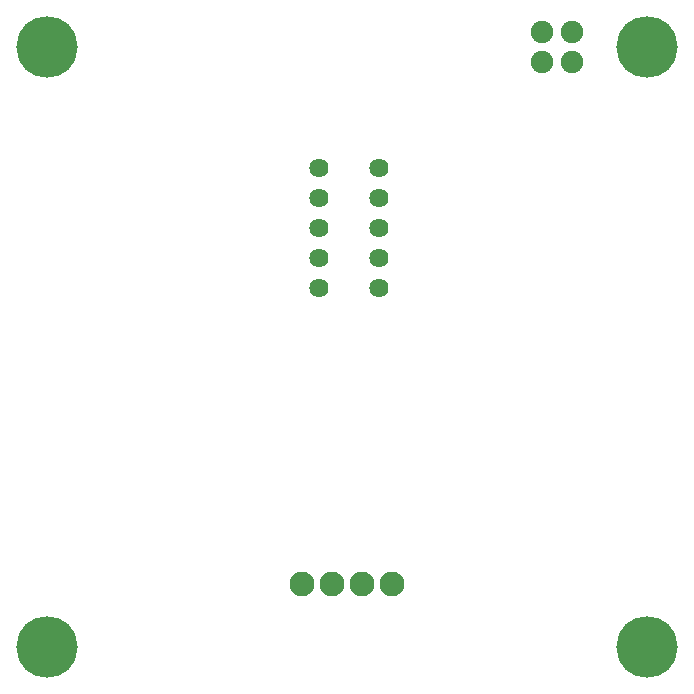
<source format=gbs>
G04 Layer: BottomSolderMaskLayer*
G04 Panelize: , Column: 2, Row: 2, Board Size: 58.42mm x 58.42mm, Panelized Board Size: 118.84mm x 118.84mm*
G04 EasyEDA v6.5.34, 2023-09-07 21:37:19*
G04 37d5d949b0044b0a9540a43f37a93ca3,5a6b42c53f6a479593ecc07194224c93,10*
G04 Gerber Generator version 0.2*
G04 Scale: 100 percent, Rotated: No, Reflected: No *
G04 Dimensions in millimeters *
G04 leading zeros omitted , absolute positions ,4 integer and 5 decimal *
%FSLAX45Y45*%
%MOMM*%

%ADD10C,1.6256*%
%ADD11C,5.2032*%
%ADD12C,2.1016*%
%ADD13C,1.9016*%

%LPD*%
D10*
G01*
X2679700Y4432300D03*
G01*
X2679700Y4178300D03*
G01*
X2679700Y3924300D03*
G01*
X2679700Y3670300D03*
G01*
X2679700Y3416300D03*
G01*
X3187700Y3416300D03*
G01*
X3187700Y3670300D03*
G01*
X3187700Y3924300D03*
G01*
X3187700Y4178300D03*
G01*
X3187700Y4432300D03*
D11*
G01*
X381000Y5461000D03*
G01*
X5461000Y5461000D03*
G01*
X5461000Y381000D03*
G01*
X381000Y381000D03*
D12*
G01*
X3048000Y914400D03*
G01*
X2794000Y914400D03*
G01*
X2540000Y914400D03*
G01*
X3302000Y914400D03*
D13*
G01*
X4826000Y5588000D03*
G01*
X4826000Y5334000D03*
G01*
X4572000Y5334000D03*
G01*
X4572000Y5588000D03*
M02*

</source>
